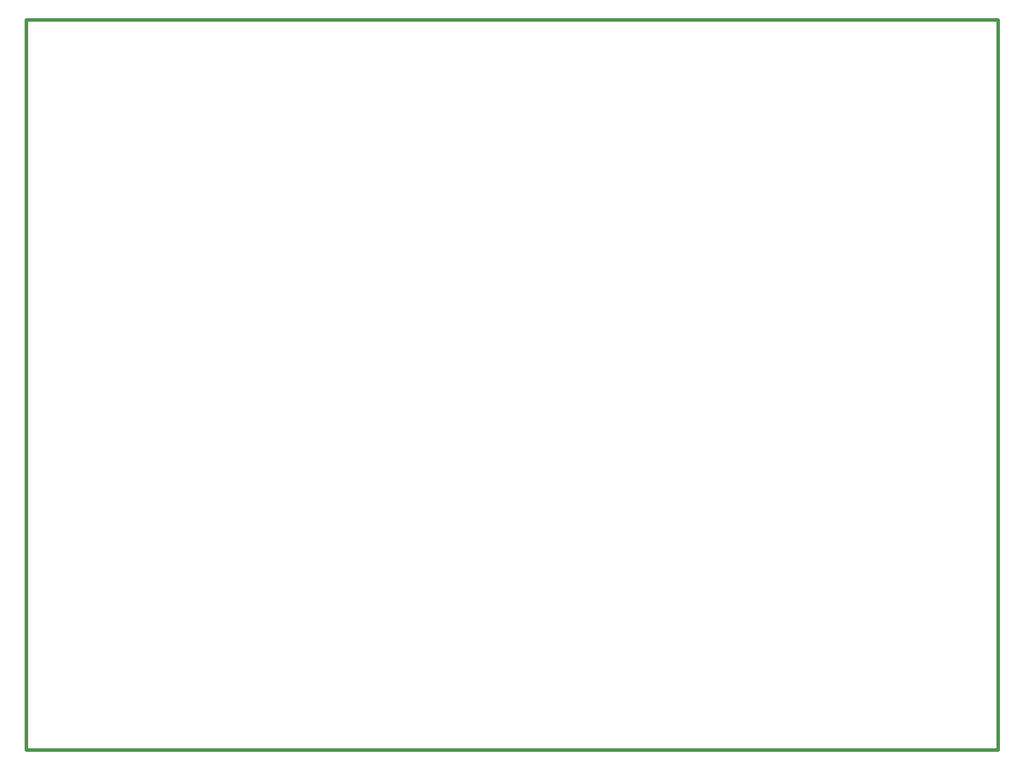
<source format=gko>
G04 Layer_Color=16711935*
%FSLAX25Y25*%
%MOIN*%
G70*
G01*
G75*
%ADD70C,0.01968*%
D70*
X0Y0D02*
X552500Y-0D01*
Y415000D01*
X0Y415000D02*
X552500Y415000D01*
X0Y0D02*
Y415000D01*
M02*

</source>
